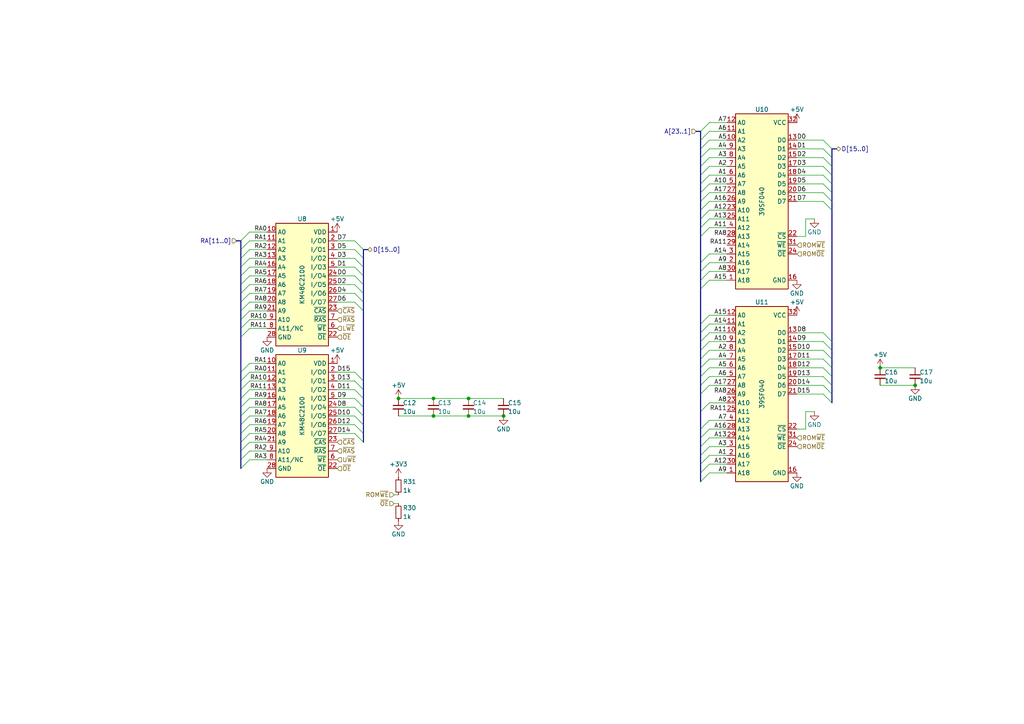
<source format=kicad_sch>
(kicad_sch (version 20231120) (generator "eeschema") (generator_version "8.0")
  (paper "A4")
  (title_block (title "WarpSE (GW4410A)") (date "2024-04-23") (rev "1.0") (company "Garrett's Workshop"))
  (lib_symbols
    (symbol "Device:C_Small" (pin_numbers hide) (pin_names (offset 0.254) hide)
      (property "Reference" "C" (at 0.254 1.778 0))
      (property "Value" "C_Small" (at 0.254 -2.032 0))
      (symbol "C_Small_0_1"
        (polyline (pts (xy -1.524 -0.508) (xy 1.524 -0.508)) (stroke (width 0.3302)))
        (polyline (pts (xy -1.524 0.508) (xy 1.524 0.508)) (stroke (width 0.3048)))
      )
      (symbol "C_Small_1_1"
        (pin passive line (at 0 2.54 270) (length 2.032) (name "~") (number "1"))
        (pin passive line (at 0 -2.54 90) (length 2.032) (name "~") (number "2"))
      )
    )
    (symbol "Device:R_Small" (pin_numbers hide) (pin_names (offset 0.254) hide)
      (property "Reference" "R" (at 0.762 0.508 0))
      (property "Value" "R_Small" (at 0.762 -1.016 0))
      (symbol "R_Small_0_1"
        (rectangle (start -0.762 1.778) (end 0.762 -1.778) (stroke (width 0.2032)))
      )
      (symbol "R_Small_1_1"
        (pin passive line (at 0 2.54 270) (length 0.762) (name "~") (number "1"))
        (pin passive line (at 0 -2.54 90) (length 0.762) (name "~") (number "2"))
      )
    )
    (symbol "GW_RAM:DRAM-2Mx8-SOP-28"
      (property "Reference" "U" (at 0 19.05 0))
      (property "Value" "DRAM-2Mx8-SOP-28" (at 0 0 90))
      (symbol "DRAM-2Mx8-SOP-28_0_1"
        (rectangle (start -7.62 17.78) (end 7.62 -17.78) (stroke (width 0.254)) (fill (type background)))
      )
      (symbol "DRAM-2Mx8-SOP-28_1_1"
        (pin power_in line (at 10.16 15.24 180) (length 2.54) (name "VDD") (number "1"))
        (pin input line (at -10.16 15.24 0) (length 2.54) (name "A0") (number "10"))
        (pin input line (at -10.16 12.7 0) (length 2.54) (name "A1") (number "11"))
        (pin input line (at -10.16 10.16 0) (length 2.54) (name "A2") (number "12"))
        (pin input line (at -10.16 7.62 0) (length 2.54) (name "A3") (number "13"))
        (pin power_in line (at 10.16 15.24 180) (length 2.54) hide (name "VDD") (number "14"))
        (pin power_in line (at -10.16 -15.24 0) (length 2.54) hide (name "GND") (number "15"))
        (pin input line (at -10.16 5.08 0) (length 2.54) (name "A4") (number "16"))
        (pin input line (at -10.16 2.54 0) (length 2.54) (name "A5") (number "17"))
        (pin input line (at -10.16 0 0) (length 2.54) (name "A6") (number "18"))
        (pin input line (at -10.16 -2.54 0) (length 2.54) (name "A7") (number "19"))
        (pin bidirectional line (at 10.16 12.7 180) (length 2.54) (name "I/O0") (number "2"))
        (pin input line (at -10.16 -5.08 0) (length 2.54) (name "A8") (number "20"))
        (pin input line (at -10.16 -7.62 0) (length 2.54) (name "A9") (number "21"))
        (pin input line (at 10.16 -15.24 180) (length 2.54) (name "~{OE}") (number "22"))
        (pin input line (at 10.16 -7.62 180) (length 2.54) (name "~{CAS}") (number "23"))
        (pin bidirectional line (at 10.16 2.54 180) (length 2.54) (name "I/O4") (number "24"))
        (pin bidirectional line (at 10.16 0 180) (length 2.54) (name "I/O5") (number "25"))
        (pin bidirectional line (at 10.16 -2.54 180) (length 2.54) (name "I/O6") (number "26"))
        (pin bidirectional line (at 10.16 -5.08 180) (length 2.54) (name "I/O7") (number "27"))
        (pin power_in line (at -10.16 -15.24 0) (length 2.54) (name "GND") (number "28"))
        (pin bidirectional line (at 10.16 10.16 180) (length 2.54) (name "I/O1") (number "3"))
        (pin bidirectional line (at 10.16 7.62 180) (length 2.54) (name "I/O2") (number "4"))
        (pin bidirectional line (at 10.16 5.08 180) (length 2.54) (name "I/O3") (number "5"))
        (pin input line (at 10.16 -12.7 180) (length 2.54) (name "~{WE}") (number "6"))
        (pin input line (at 10.16 -10.16 180) (length 2.54) (name "~{RAS}") (number "7"))
        (pin input line (at -10.16 -12.7 0) (length 2.54) (name "A11/NC") (number "8"))
        (pin input line (at -10.16 -10.16 0) (length 2.54) (name "A10") (number "9"))
      )
    )
    (symbol "GW_RAM:Flash-512Kx8-PLCC-32"
      (property "Reference" "U" (at 0 26.67 0))
      (property "Value" "Flash-512Kx8-PLCC-32" (at 0 0 90))
      (symbol "Flash-512Kx8-PLCC-32_0_0"
        (pin power_in line (at 10.16 -22.86 180) (length 2.54) (name "GND") (number "16"))
        (pin power_in line (at 10.16 22.86 180) (length 2.54) (name "VCC") (number "32"))
      )
      (symbol "Flash-512Kx8-PLCC-32_0_1"
        (rectangle (start -7.62 25.4) (end 7.62 -25.4) (stroke (width 0.254)) (fill (type background)))
      )
      (symbol "Flash-512Kx8-PLCC-32_1_1"
        (pin input line (at -10.16 -22.86 0) (length 2.54) (name "A18") (number "1"))
        (pin input line (at -10.16 17.78 0) (length 2.54) (name "A2") (number "10"))
        (pin input line (at -10.16 20.32 0) (length 2.54) (name "A1") (number "11"))
        (pin input line (at -10.16 22.86 0) (length 2.54) (name "A0") (number "12"))
        (pin bidirectional line (at 10.16 17.78 180) (length 2.54) (name "D0") (number "13"))
        (pin bidirectional line (at 10.16 15.24 180) (length 2.54) (name "D1") (number "14"))
        (pin bidirectional line (at 10.16 12.7 180) (length 2.54) (name "D2") (number "15"))
        (pin bidirectional line (at 10.16 10.16 180) (length 2.54) (name "D3") (number "17"))
        (pin bidirectional line (at 10.16 7.62 180) (length 2.54) (name "D4") (number "18"))
        (pin bidirectional line (at 10.16 5.08 180) (length 2.54) (name "D5") (number "19"))
        (pin input line (at -10.16 -17.78 0) (length 2.54) (name "A16") (number "2"))
        (pin bidirectional line (at 10.16 2.54 180) (length 2.54) (name "D6") (number "20"))
        (pin bidirectional line (at 10.16 0 180) (length 2.54) (name "D7") (number "21"))
        (pin input line (at 10.16 -10.16 180) (length 2.54) (name "~{CS}") (number "22"))
        (pin input line (at -10.16 -2.54 0) (length 2.54) (name "A10") (number "23"))
        (pin input line (at 10.16 -15.24 180) (length 2.54) (name "~{OE}") (number "24"))
        (pin input line (at -10.16 -5.08 0) (length 2.54) (name "A11") (number "25"))
        (pin input line (at -10.16 0 0) (length 2.54) (name "A9") (number "26"))
        (pin input line (at -10.16 2.54 0) (length 2.54) (name "A8") (number "27"))
        (pin input line (at -10.16 -10.16 0) (length 2.54) (name "A13") (number "28"))
        (pin input line (at -10.16 -12.7 0) (length 2.54) (name "A14") (number "29"))
        (pin input line (at -10.16 -15.24 0) (length 2.54) (name "A15") (number "3"))
        (pin input line (at -10.16 -20.32 0) (length 2.54) (name "A17") (number "30"))
        (pin input line (at 10.16 -12.7 180) (length 2.54) (name "~{WE}") (number "31"))
        (pin input line (at -10.16 -7.62 0) (length 2.54) (name "A12") (number "4"))
        (pin input line (at -10.16 5.08 0) (length 2.54) (name "A7") (number "5"))
        (pin input line (at -10.16 7.62 0) (length 2.54) (name "A6") (number "6"))
        (pin input line (at -10.16 10.16 0) (length 2.54) (name "A5") (number "7"))
        (pin input line (at -10.16 12.7 0) (length 2.54) (name "A4") (number "8"))
        (pin input line (at -10.16 15.24 0) (length 2.54) (name "A3") (number "9"))
      )
    )
    (symbol "power:+3V3" (power) (pin_numbers hide) (pin_names (offset 0) hide)
      (property "Value" "+3V3" (at 0 3.556 0))
      (symbol "+3V3_0_1"
        (polyline (pts (xy -0.762 1.27) (xy 0 2.54)))
        (polyline (pts (xy 0 0) (xy 0 2.54)))
        (polyline (pts (xy 0 2.54) (xy 0.762 1.27)))
      )
      (symbol "+3V3_1_1"
        (pin power_in line (at 0 0 90) (length 0) (name "~") (number "1"))
      )
    )
    (symbol "power:+5V" (power) (pin_names (offset 0))
      (property "Value" "+5V" (at 0 3.556 0))
      (symbol "+5V_0_1"
        (polyline (pts (xy -0.762 1.27) (xy 0 2.54)))
        (polyline (pts (xy 0 0) (xy 0 2.54)))
        (polyline (pts (xy 0 2.54) (xy 0.762 1.27)))
      )
      (symbol "+5V_1_1"
        (pin power_in line (at 0 0 90) (length 0) hide (name "+5V") (number "1"))
      )
    )
    (symbol "power:GND" (power) (pin_names (offset 0))
      (property "Value" "GND" (at 0 -3.81 0))
      (symbol "GND_0_1"
        (polyline (pts (xy 0 0) (xy 0 -1.27) (xy 1.27 -1.27) (xy 0 -2.54) (xy -1.27 -1.27) (xy 0 -1.27)))
      )
      (symbol "GND_1_1"
        (pin power_in line (at 0 0 270) (length 0) hide (name "GND") (number "1"))
      )
    )
  )
  (junction (at 265.43 111.76))
  (junction (at 115.57 115.57))
  (junction (at 146.05 120.65))
  (junction (at 255.27 106.68))
  (junction (at 125.73 115.57))
  (junction (at 135.89 120.65))
  (junction (at 125.73 120.65))
  (junction (at 135.89 115.57))
  (bus_entry (at 105.41 85.09) (size -2.54 -2.54))
  (bus_entry (at 69.85 118.11) (size 2.54 -2.54))
  (bus_entry (at 105.41 87.63) (size -2.54 -2.54))
  (bus_entry (at 105.41 72.39) (size -2.54 -2.54))
  (bus_entry (at 205.74 78.74) (size -2.54 2.54))
  (bus_entry (at 105.41 123.19) (size -2.54 -2.54))
  (bus_entry (at 205.74 96.52) (size -2.54 2.54))
  (bus_entry (at 238.76 50.8) (size 2.54 2.54))
  (bus_entry (at 205.74 132.08) (size -2.54 2.54))
  (bus_entry (at 69.85 80.01) (size 2.54 -2.54))
  (bus_entry (at 69.85 77.47) (size 2.54 -2.54))
  (bus_entry (at 105.41 74.93) (size -2.54 -2.54))
  (bus_entry (at 105.41 113.03) (size -2.54 -2.54))
  (bus_entry (at 205.74 45.72) (size -2.54 2.54))
  (bus_entry (at 205.74 111.76) (size -2.54 2.54))
  (bus_entry (at 69.85 133.35) (size 2.54 -2.54))
  (bus_entry (at 69.85 123.19) (size 2.54 -2.54))
  (bus_entry (at 238.76 58.42) (size 2.54 2.54))
  (bus_entry (at 205.74 99.06) (size -2.54 2.54))
  (bus_entry (at 105.41 125.73) (size -2.54 -2.54))
  (bus_entry (at 238.76 111.76) (size 2.54 2.54))
  (bus_entry (at 69.85 128.27) (size 2.54 -2.54))
  (bus_entry (at 69.85 125.73) (size 2.54 -2.54))
  (bus_entry (at 69.85 97.79) (size 2.54 -2.54))
  (bus_entry (at 205.74 91.44) (size -2.54 2.54))
  (bus_entry (at 238.76 96.52) (size 2.54 2.54))
  (bus_entry (at 105.41 128.27) (size -2.54 -2.54))
  (bus_entry (at 238.76 55.88) (size 2.54 2.54))
  (bus_entry (at 105.41 115.57) (size -2.54 -2.54))
  (bus_entry (at 105.41 120.65) (size -2.54 -2.54))
  (bus_entry (at 105.41 90.17) (size -2.54 -2.54))
  (bus_entry (at 105.41 118.11) (size -2.54 -2.54))
  (bus_entry (at 205.74 137.16) (size -2.54 2.54))
  (bus_entry (at 105.41 80.01) (size -2.54 -2.54))
  (bus_entry (at 205.74 129.54) (size -2.54 2.54))
  (bus_entry (at 205.74 73.66) (size -2.54 2.54))
  (bus_entry (at 69.85 92.71) (size 2.54 -2.54))
  (bus_entry (at 238.76 45.72) (size 2.54 2.54))
  (bus_entry (at 205.74 81.28) (size -2.54 2.54))
  (bus_entry (at 205.74 55.88) (size -2.54 2.54))
  (bus_entry (at 69.85 110.49) (size 2.54 -2.54))
  (bus_entry (at 69.85 107.95) (size 2.54 -2.54))
  (bus_entry (at 69.85 74.93) (size 2.54 -2.54))
  (bus_entry (at 205.74 58.42) (size -2.54 2.54))
  (bus_entry (at 205.74 76.2) (size -2.54 2.54))
  (bus_entry (at 69.85 85.09) (size 2.54 -2.54))
  (bus_entry (at 69.85 90.17) (size 2.54 -2.54))
  (bus_entry (at 205.74 121.92) (size -2.54 2.54))
  (bus_entry (at 238.76 43.18) (size 2.54 2.54))
  (bus_entry (at 205.74 106.68) (size -2.54 2.54))
  (bus_entry (at 69.85 87.63) (size 2.54 -2.54))
  (bus_entry (at 105.41 110.49) (size -2.54 -2.54))
  (bus_entry (at 69.85 69.85) (size 2.54 -2.54))
  (bus_entry (at 205.74 109.22) (size -2.54 2.54))
  (bus_entry (at 105.41 82.55) (size -2.54 -2.54))
  (bus_entry (at 238.76 40.64) (size 2.54 2.54))
  (bus_entry (at 69.85 82.55) (size 2.54 -2.54))
  (bus_entry (at 205.74 66.04) (size -2.54 2.54))
  (bus_entry (at 238.76 53.34) (size 2.54 2.54))
  (bus_entry (at 205.74 124.46) (size -2.54 2.54))
  (bus_entry (at 205.74 50.8) (size -2.54 2.54))
  (bus_entry (at 238.76 48.26) (size 2.54 2.54))
  (bus_entry (at 205.74 53.34) (size -2.54 2.54))
  (bus_entry (at 205.74 93.98) (size -2.54 2.54))
  (bus_entry (at 205.74 127) (size -2.54 2.54))
  (bus_entry (at 205.74 38.1) (size -2.54 2.54))
  (bus_entry (at 238.76 104.14) (size 2.54 2.54))
  (bus_entry (at 205.74 35.56) (size -2.54 2.54))
  (bus_entry (at 105.41 77.47) (size -2.54 -2.54))
  (bus_entry (at 238.76 101.6) (size 2.54 2.54))
  (bus_entry (at 205.74 134.62) (size -2.54 2.54))
  (bus_entry (at 205.74 60.96) (size -2.54 2.54))
  (bus_entry (at 205.74 63.5) (size -2.54 2.54))
  (bus_entry (at 205.74 40.64) (size -2.54 2.54))
  (bus_entry (at 238.76 99.06) (size 2.54 2.54))
  (bus_entry (at 69.85 120.65) (size 2.54 -2.54))
  (bus_entry (at 69.85 115.57) (size 2.54 -2.54))
  (bus_entry (at 69.85 113.03) (size 2.54 -2.54))
  (bus_entry (at 205.74 104.14) (size -2.54 2.54))
  (bus_entry (at 238.76 106.68) (size 2.54 2.54))
  (bus_entry (at 238.76 109.22) (size 2.54 2.54))
  (bus_entry (at 69.85 72.39) (size 2.54 -2.54))
  (bus_entry (at 205.74 116.84) (size -2.54 2.54))
  (bus_entry (at 69.85 95.25) (size 2.54 -2.54))
  (bus_entry (at 205.74 43.18) (size -2.54 2.54))
  (bus_entry (at 238.76 114.3) (size 2.54 2.54))
  (bus_entry (at 205.74 101.6) (size -2.54 2.54))
  (bus_entry (at 69.85 135.89) (size 2.54 -2.54))
  (bus_entry (at 69.85 130.81) (size 2.54 -2.54))
  (bus_entry (at 205.74 48.26) (size -2.54 2.54))
  (bus (pts (xy 241.3 58.42) (xy 241.3 60.96)))
  (bus (pts (xy 69.85 69.85) (xy 69.85 72.39)))
  (bus (pts (xy 105.41 123.19) (xy 105.41 125.73)))
  (wire (pts (xy 77.47 82.55) (xy 72.39 82.55)))
  (bus (pts (xy 69.85 128.27) (xy 69.85 130.81)))
  (bus (pts (xy 69.85 74.93) (xy 69.85 77.47)))
  (wire (pts (xy 210.82 91.44) (xy 205.74 91.44)))
  (wire (pts (xy 77.47 85.09) (xy 72.39 85.09)))
  (wire (pts (xy 210.82 38.1) (xy 205.74 38.1)))
  (wire (pts (xy 77.47 118.11) (xy 72.39 118.11)))
  (wire (pts (xy 115.57 120.65) (xy 125.73 120.65)))
  (wire (pts (xy 210.82 50.8) (xy 205.74 50.8)))
  (wire (pts (xy 231.14 96.52) (xy 238.76 96.52)))
  (wire (pts (xy 210.82 134.62) (xy 205.74 134.62)))
  (bus (pts (xy 69.85 133.35) (xy 69.85 135.89)))
  (wire (pts (xy 125.73 115.57) (xy 135.89 115.57)))
  (wire (pts (xy 231.14 104.14) (xy 238.76 104.14)))
  (wire (pts (xy 77.47 105.41) (xy 72.39 105.41)))
  (wire (pts (xy 77.47 113.03) (xy 72.39 113.03)))
  (wire (pts (xy 135.89 115.57) (xy 146.05 115.57)))
  (wire (pts (xy 210.82 99.06) (xy 205.74 99.06)))
  (wire (pts (xy 210.82 35.56) (xy 205.74 35.56)))
  (bus (pts (xy 203.2 43.18) (xy 203.2 45.72)))
  (bus (pts (xy 203.2 124.46) (xy 203.2 127)))
  (wire (pts (xy 210.82 55.88) (xy 205.74 55.88)))
  (wire (pts (xy 231.14 48.26) (xy 238.76 48.26)))
  (bus (pts (xy 241.3 101.6) (xy 241.3 104.14)))
  (bus (pts (xy 241.3 55.88) (xy 241.3 58.42)))
  (bus (pts (xy 241.3 48.26) (xy 241.3 50.8)))
  (bus (pts (xy 241.3 50.8) (xy 241.3 53.34)))
  (bus (pts (xy 105.41 74.93) (xy 105.41 77.47)))
  (wire (pts (xy 77.47 92.71) (xy 72.39 92.71)))
  (wire (pts (xy 231.14 111.76) (xy 238.76 111.76)))
  (bus (pts (xy 203.2 134.62) (xy 203.2 137.16)))
  (bus (pts (xy 69.85 118.11) (xy 69.85 120.65)))
  (bus (pts (xy 203.2 38.1) (xy 203.2 40.64)))
  (bus (pts (xy 69.85 95.25) (xy 69.85 97.79)))
  (wire (pts (xy 114.3 143.51) (xy 115.57 143.51)))
  (bus (pts (xy 203.2 111.76) (xy 203.2 114.3)))
  (wire (pts (xy 210.82 96.52) (xy 205.74 96.52)))
  (bus (pts (xy 69.85 123.19) (xy 69.85 125.73)))
  (bus (pts (xy 69.85 130.81) (xy 69.85 133.35)))
  (wire (pts (xy 77.47 90.17) (xy 72.39 90.17)))
  (bus (pts (xy 242.57 43.18) (xy 241.3 43.18)))
  (wire (pts (xy 236.22 119.38) (xy 233.68 119.38)))
  (bus (pts (xy 203.2 129.54) (xy 203.2 132.08)))
  (wire (pts (xy 102.87 72.39) (xy 97.79 72.39)))
  (wire (pts (xy 115.57 115.57) (xy 125.73 115.57)))
  (bus (pts (xy 203.2 50.8) (xy 203.2 53.34)))
  (wire (pts (xy 233.68 63.5) (xy 233.68 68.58)))
  (wire (pts (xy 210.82 76.2) (xy 205.74 76.2)))
  (bus (pts (xy 105.41 120.65) (xy 105.41 123.19)))
  (wire (pts (xy 231.14 53.34) (xy 238.76 53.34)))
  (wire (pts (xy 210.82 53.34) (xy 205.74 53.34)))
  (wire (pts (xy 77.47 72.39) (xy 72.39 72.39)))
  (bus (pts (xy 105.41 113.03) (xy 105.41 115.57)))
  (bus (pts (xy 241.3 114.3) (xy 241.3 116.84)))
  (wire (pts (xy 102.87 110.49) (xy 97.79 110.49)))
  (bus (pts (xy 105.41 90.17) (xy 105.41 110.49)))
  (wire (pts (xy 77.47 67.31) (xy 72.39 67.31)))
  (bus (pts (xy 69.85 82.55) (xy 69.85 85.09)))
  (bus (pts (xy 105.41 85.09) (xy 105.41 87.63)))
  (wire (pts (xy 97.79 118.11) (xy 102.87 118.11)))
  (bus (pts (xy 203.2 66.04) (xy 203.2 68.58)))
  (bus (pts (xy 203.2 109.22) (xy 203.2 111.76)))
  (bus (pts (xy 106.68 72.39) (xy 105.41 72.39)))
  (bus (pts (xy 69.85 92.71) (xy 69.85 95.25)))
  (bus (pts (xy 203.2 40.64) (xy 203.2 43.18)))
  (bus (pts (xy 69.85 97.79) (xy 69.85 107.95)))
  (wire (pts (xy 125.73 120.65) (xy 135.89 120.65)))
  (wire (pts (xy 77.47 107.95) (xy 72.39 107.95)))
  (wire (pts (xy 210.82 137.16) (xy 205.74 137.16)))
  (wire (pts (xy 210.82 109.22) (xy 205.74 109.22)))
  (bus (pts (xy 203.2 63.5) (xy 203.2 66.04)))
  (bus (pts (xy 69.85 90.17) (xy 69.85 92.71)))
  (wire (pts (xy 210.82 66.04) (xy 205.74 66.04)))
  (bus (pts (xy 203.2 53.34) (xy 203.2 55.88)))
  (wire (pts (xy 210.82 106.68) (xy 205.74 106.68)))
  (bus (pts (xy 105.41 110.49) (xy 105.41 113.03)))
  (bus (pts (xy 241.3 104.14) (xy 241.3 106.68)))
  (wire (pts (xy 236.22 63.5) (xy 233.68 63.5)))
  (wire (pts (xy 77.47 133.35) (xy 72.39 133.35)))
  (wire (pts (xy 210.82 58.42) (xy 205.74 58.42)))
  (wire (pts (xy 77.47 77.47) (xy 72.39 77.47)))
  (bus (pts (xy 241.3 60.96) (xy 241.3 99.06)))
  (wire (pts (xy 233.68 119.38) (xy 233.68 124.46)))
  (wire (pts (xy 231.14 55.88) (xy 238.76 55.88)))
  (wire (pts (xy 114.3 146.05) (xy 115.57 146.05)))
  (bus (pts (xy 201.93 38.1) (xy 203.2 38.1)))
  (wire (pts (xy 210.82 111.76) (xy 205.74 111.76)))
  (wire (pts (xy 210.82 45.72) (xy 205.74 45.72)))
  (wire (pts (xy 77.47 120.65) (xy 72.39 120.65)))
  (bus (pts (xy 203.2 45.72) (xy 203.2 48.26)))
  (bus (pts (xy 203.2 104.14) (xy 203.2 106.68)))
  (bus (pts (xy 203.2 101.6) (xy 203.2 104.14)))
  (wire (pts (xy 97.79 85.09) (xy 102.87 85.09)))
  (bus (pts (xy 69.85 72.39) (xy 69.85 74.93)))
  (bus (pts (xy 69.85 120.65) (xy 69.85 123.19)))
  (wire (pts (xy 210.82 43.18) (xy 205.74 43.18)))
  (bus (pts (xy 203.2 137.16) (xy 203.2 139.7)))
  (wire (pts (xy 77.47 87.63) (xy 72.39 87.63)))
  (wire (pts (xy 210.82 40.64) (xy 205.74 40.64)))
  (bus (pts (xy 203.2 119.38) (xy 203.2 124.46)))
  (wire (pts (xy 231.14 50.8) (xy 238.76 50.8)))
  (wire (pts (xy 102.87 69.85) (xy 97.79 69.85)))
  (bus (pts (xy 105.41 125.73) (xy 105.41 128.27)))
  (wire (pts (xy 231.14 106.68) (xy 238.76 106.68)))
  (wire (pts (xy 210.82 129.54) (xy 205.74 129.54)))
  (wire (pts (xy 210.82 60.96) (xy 205.74 60.96)))
  (wire (pts (xy 210.82 73.66) (xy 205.74 73.66)))
  (wire (pts (xy 102.87 113.03) (xy 97.79 113.03)))
  (bus (pts (xy 105.41 77.47) (xy 105.41 80.01)))
  (bus (pts (xy 203.2 81.28) (xy 203.2 83.82)))
  (bus (pts (xy 203.2 83.82) (xy 203.2 93.98)))
  (wire (pts (xy 210.82 93.98) (xy 205.74 93.98)))
  (bus (pts (xy 69.85 77.47) (xy 69.85 80.01)))
  (wire (pts (xy 77.47 95.25) (xy 72.39 95.25)))
  (wire (pts (xy 210.82 116.84) (xy 205.74 116.84)))
  (bus (pts (xy 241.3 106.68) (xy 241.3 109.22)))
  (wire (pts (xy 97.79 87.63) (xy 102.87 87.63)))
  (wire (pts (xy 233.68 124.46) (xy 231.14 124.46)))
  (bus (pts (xy 241.3 43.18) (xy 241.3 45.72)))
  (wire (pts (xy 255.27 106.68) (xy 265.43 106.68)))
  (bus (pts (xy 241.3 45.72) (xy 241.3 48.26)))
  (bus (pts (xy 241.3 99.06) (xy 241.3 101.6)))
  (wire (pts (xy 210.82 81.28) (xy 205.74 81.28)))
  (bus (pts (xy 203.2 48.26) (xy 203.2 50.8)))
  (wire (pts (xy 210.82 101.6) (xy 205.74 101.6)))
  (wire (pts (xy 231.14 114.3) (xy 238.76 114.3)))
  (bus (pts (xy 203.2 132.08) (xy 203.2 134.62)))
  (wire (pts (xy 77.47 123.19) (xy 72.39 123.19)))
  (wire (pts (xy 97.79 120.65) (xy 102.87 120.65)))
  (bus (pts (xy 69.85 87.63) (xy 69.85 90.17)))
  (bus (pts (xy 203.2 127) (xy 203.2 129.54)))
  (wire (pts (xy 77.47 74.93) (xy 72.39 74.93)))
  (wire (pts (xy 135.89 120.65) (xy 146.05 120.65)))
  (wire (pts (xy 77.47 69.85) (xy 72.39 69.85)))
  (wire (pts (xy 97.79 123.19) (xy 102.87 123.19)))
  (wire (pts (xy 102.87 77.47) (xy 97.79 77.47)))
  (bus (pts (xy 69.85 125.73) (xy 69.85 128.27)))
  (wire (pts (xy 77.47 125.73) (xy 72.39 125.73)))
  (wire (pts (xy 231.14 101.6) (xy 238.76 101.6)))
  (bus (pts (xy 203.2 76.2) (xy 203.2 78.74)))
  (bus (pts (xy 241.3 109.22) (xy 241.3 111.76)))
  (bus (pts (xy 105.41 115.57) (xy 105.41 118.11)))
  (bus (pts (xy 241.3 53.34) (xy 241.3 55.88)))
  (bus (pts (xy 203.2 55.88) (xy 203.2 58.42)))
  (wire (pts (xy 231.14 99.06) (xy 238.76 99.06)))
  (wire (pts (xy 77.47 128.27) (xy 72.39 128.27)))
  (bus (pts (xy 203.2 68.58) (xy 203.2 76.2)))
  (wire (pts (xy 255.27 111.76) (xy 265.43 111.76)))
  (bus (pts (xy 203.2 78.74) (xy 203.2 81.28)))
  (wire (pts (xy 231.14 109.22) (xy 238.76 109.22)))
  (wire (pts (xy 233.68 68.58) (xy 231.14 68.58)))
  (wire (pts (xy 97.79 80.01) (xy 102.87 80.01)))
  (bus (pts (xy 203.2 96.52) (xy 203.2 99.06)))
  (bus (pts (xy 69.85 80.01) (xy 69.85 82.55)))
  (wire (pts (xy 97.79 82.55) (xy 102.87 82.55)))
  (wire (pts (xy 231.14 45.72) (xy 238.76 45.72)))
  (wire (pts (xy 210.82 132.08) (xy 205.74 132.08)))
  (bus (pts (xy 203.2 99.06) (xy 203.2 101.6)))
  (wire (pts (xy 97.79 107.95) (xy 102.87 107.95)))
  (bus (pts (xy 105.41 82.55) (xy 105.41 85.09)))
  (bus (pts (xy 105.41 87.63) (xy 105.41 90.17)))
  (wire (pts (xy 102.87 115.57) (xy 97.79 115.57)))
  (wire (pts (xy 231.14 40.64) (xy 238.76 40.64)))
  (bus (pts (xy 203.2 106.68) (xy 203.2 109.22)))
  (wire (pts (xy 77.47 110.49) (xy 72.39 110.49)))
  (bus (pts (xy 105.41 72.39) (xy 105.41 74.93)))
  (wire (pts (xy 210.82 104.14) (xy 205.74 104.14)))
  (wire (pts (xy 102.87 74.93) (xy 97.79 74.93)))
  (wire (pts (xy 210.82 127) (xy 205.74 127)))
  (bus (pts (xy 69.85 113.03) (xy 69.85 115.57)))
  (wire (pts (xy 77.47 115.57) (xy 72.39 115.57)))
  (wire (pts (xy 231.14 58.42) (xy 238.76 58.42)))
  (bus (pts (xy 203.2 58.42) (xy 203.2 60.96)))
  (wire (pts (xy 77.47 130.81) (xy 72.39 130.81)))
  (wire (pts (xy 210.82 48.26) (xy 205.74 48.26)))
  (bus (pts (xy 105.41 80.01) (xy 105.41 82.55)))
  (bus (pts (xy 69.85 85.09) (xy 69.85 87.63)))
  (wire (pts (xy 97.79 125.73) (xy 102.87 125.73)))
  (bus (pts (xy 203.2 114.3) (xy 203.2 119.38)))
  (bus (pts (xy 69.85 69.85) (xy 68.58 69.85)))
  (wire (pts (xy 210.82 63.5) (xy 205.74 63.5)))
  (bus (pts (xy 69.85 115.57) (xy 69.85 118.11)))
  (wire (pts (xy 210.82 124.46) (xy 205.74 124.46)))
  (bus (pts (xy 203.2 60.96) (xy 203.2 63.5)))
  (wire (pts (xy 231.14 43.18) (xy 238.76 43.18)))
  (bus (pts (xy 241.3 111.76) (xy 241.3 114.3)))
  (bus (pts (xy 203.2 93.98) (xy 203.2 96.52)))
  (wire (pts (xy 77.47 80.01) (xy 72.39 80.01)))
  (bus (pts (xy 69.85 107.95) (xy 69.85 110.49)))
  (bus (pts (xy 69.85 110.49) (xy 69.85 113.03)))
  (bus (pts (xy 105.41 118.11) (xy 105.41 120.65)))
  (wire (pts (xy 210.82 121.92) (xy 205.74 121.92)))
  (wire (pts (xy 210.82 78.74) (xy 205.74 78.74)))
  (label "RA11" (at 210.82 71.12 180))
  (label "A6" (at 210.82 38.1 180))
  (label "D12" (at 231.14 106.68 0))
  (label "RA11" (at 77.47 95.25 180))
  (label "A7" (at 210.82 35.56 180))
  (label "A1" (at 210.82 132.08 180))
  (label "A2" (at 210.82 48.26 180))
  (label "RA2" (at 77.47 72.39 180))
  (label "A17" (at 210.82 111.76 180))
  (label "A13" (at 210.82 127 180))
  (label "D10" (at 231.14 101.6 0))
  (label "D5" (at 97.79 72.39 0))
  (label "RA5" (at 77.47 125.73 180))
  (label "A8" (at 210.82 78.74 180))
  (label "D14" (at 231.14 111.76 0))
  (label "A4" (at 210.82 43.18 180))
  (label "A10" (at 210.82 53.34 180))
  (label "RA2" (at 77.47 130.81 180))
  (label "A14" (at 210.82 93.98 180))
  (label "D12" (at 97.79 123.19 0))
  (label "RA8" (at 77.47 118.11 180))
  (label "D11" (at 231.14 104.14 0))
  (label "RA8" (at 77.47 87.63 180))
  (label "RA0" (at 77.47 107.95 180))
  (label "A5" (at 210.82 106.68 180))
  (label "RA8" (at 210.82 114.3 180))
  (label "D4" (at 97.79 85.09 0))
  (label "D6" (at 97.79 87.63 0))
  (label "A13" (at 210.82 63.5 180))
  (label "A11" (at 210.82 66.04 180))
  (label "A16" (at 210.82 124.46 180))
  (label "D3" (at 97.79 74.93 0))
  (label "D2" (at 97.79 82.55 0))
  (label "A8" (at 210.82 116.84 180))
  (label "D1" (at 231.14 43.18 0))
  (label "RA9" (at 77.47 115.57 180))
  (label "RA7" (at 77.47 120.65 180))
  (label "RA10" (at 77.47 92.71 180))
  (label "A4" (at 210.82 104.14 180))
  (label "A5" (at 210.82 40.64 180))
  (label "RA4" (at 77.47 128.27 180))
  (label "D9" (at 97.79 115.57 0))
  (label "D7" (at 97.79 69.85 0))
  (label "RA6" (at 77.47 82.55 180))
  (label "D8" (at 231.14 96.52 0))
  (label "A7" (at 210.82 121.92 180))
  (label "RA5" (at 77.47 80.01 180))
  (label "RA6" (at 77.47 123.19 180))
  (label "D14" (at 97.79 125.73 0))
  (label "D3" (at 231.14 48.26 0))
  (label "A16" (at 210.82 58.42 180))
  (label "D6" (at 231.14 55.88 0))
  (label "A9" (at 210.82 76.2 180))
  (label "A2" (at 210.82 101.6 180))
  (label "RA1" (at 77.47 105.41 180))
  (label "D13" (at 231.14 109.22 0))
  (label "A15" (at 210.82 91.44 180))
  (label "D1" (at 97.79 77.47 0))
  (label "RA1" (at 77.47 69.85 180))
  (label "D15" (at 231.14 114.3 0))
  (label "D2" (at 231.14 45.72 0))
  (label "A6" (at 210.82 109.22 180))
  (label "A14" (at 210.82 73.66 180))
  (label "D4" (at 231.14 50.8 0))
  (label "A11" (at 210.82 96.52 180))
  (label "RA9" (at 77.47 90.17 180))
  (label "A9" (at 210.82 137.16 180))
  (label "RA8" (at 210.82 68.58 180))
  (label "RA11" (at 210.82 119.38 180))
  (label "A15" (at 210.82 81.28 180))
  (label "RA0" (at 77.47 67.31 180))
  (label "A12" (at 210.82 60.96 180))
  (label "RA4" (at 77.47 77.47 180))
  (label "D15" (at 97.79 107.95 0))
  (label "RA7" (at 77.47 85.09 180))
  (label "D11" (at 97.79 113.03 0))
  (label "D9" (at 231.14 99.06 0))
  (label "A17" (at 210.82 55.88 180))
  (label "D0" (at 97.79 80.01 0))
  (label "D13" (at 97.79 110.49 0))
  (label "D5" (at 231.14 53.34 0))
  (label "RA3" (at 77.47 74.93 180))
  (label "A1" (at 210.82 50.8 180))
  (label "A3" (at 210.82 129.54 180))
  (label "RA10" (at 77.47 110.49 180))
  (label "D8" (at 97.79 118.11 0))
  (label "RA11" (at 77.47 113.03 180))
  (label "A10" (at 210.82 99.06 180))
  (label "D7" (at 231.14 58.42 0))
  (label "A3" (at 210.82 45.72 180))
  (label "D10" (at 97.79 120.65 0))
  (label "A12" (at 210.82 134.62 180))
  (label "D0" (at 231.14 40.64 0))
  (label "RA3" (at 77.47 133.35 180))
  (hierarchical_label "D[15..0]" (shape bidirectional) (at 106.68 72.39 0))
  (hierarchical_label "~{OE}" (shape input) (at 97.79 135.89 0))
  (hierarchical_label "ROM~{OE}" (shape input) (at 231.14 129.54 0))
  (hierarchical_label "U~{WE}" (shape input) (at 97.79 133.35 0))
  (hierarchical_label "L~{WE}" (shape input) (at 97.79 95.25 0))
  (hierarchical_label "ROM~{WE}" (shape input) (at 231.14 127 0))
  (hierarchical_label "D[15..0]" (shape bidirectional) (at 242.57 43.18 0))
  (hierarchical_label "~{CAS}" (shape input) (at 97.79 90.17 0))
  (hierarchical_label "~{RAS}" (shape input) (at 97.79 92.71 0))
  (hierarchical_label "~{OE}" (shape input) (at 97.79 97.79 0))
  (hierarchical_label "ROM~{WE}" (shape input) (at 231.14 71.12 0))
  (hierarchical_label "ROM~{OE}" (shape input) (at 231.14 73.66 0))
  (hierarchical_label "ROM~{WE}" (shape input) (at 114.3 143.51 180))
  (hierarchical_label "~{OE}" (shape input) (at 114.3 146.05 180))
  (hierarchical_label "RA[11..0]" (shape input) (at 68.58 69.85 180))
  (hierarchical_label "~{RAS}" (shape input) (at 97.79 130.81 0))
  (hierarchical_label "A[23..1]" (shape input) (at 201.93 38.1 180))
  (hierarchical_label "~{CAS}" (shape input) (at 97.79 128.27 0))
  (symbol (lib_id "GW_RAM:DRAM-2Mx8-SOP-28") (at 87.63 82.55 0) (unit 1)
    (property "Reference" "U8" (at 87.63 63.5 0))
    (property "Value" "KM48C2100" (at 87.63 82.55 90))
    (property "Footprint" "stdpads:SOJ-28_300mil" (effects (hide yes)))
  )
  (symbol (lib_id "power:GND") (at 77.47 97.79 0) (unit 1)
    (property "Reference" "#PWR0133" (effects (hide yes)))
    (property "Value" "GND" (at 77.47 101.6 0))
  )
  (symbol (lib_id "GW_RAM:DRAM-2Mx8-SOP-28") (at 87.63 120.65 0) (unit 1)
    (property "Reference" "U9" (at 87.63 101.6 0))
    (property "Value" "KM48C2100" (at 87.63 120.65 90))
    (property "Footprint" "stdpads:SOJ-28_300mil" (effects (hide yes)))
  )
  (symbol (lib_id "power:GND") (at 77.47 135.89 0) (unit 1)
    (property "Reference" "#PWR0134" (effects (hide yes)))
    (property "Value" "GND" (at 77.47 139.7 0))
  )
  (symbol (lib_id "power:+5V") (at 115.57 115.57 0) (unit 1)
    (property "Reference" "#PWR0138" (effects (hide yes)))
    (property "Value" "+5V" (at 115.57 111.76 0))
  )
  (symbol (lib_id "Device:C_Small") (at 125.73 118.11 0) (unit 1)
    (property "Reference" "C13" (at 127 116.84 0) (effects (justify left)))
    (property "Value" "10u" (at 127 119.38 0) (effects (justify left)))
    (property "Footprint" "stdpads:C_0805" (effects (hide yes)))
    (property "LCSC Part" "C15850" (effects (hide yes)))
  )
  (symbol (lib_id "Device:C_Small") (at 115.57 118.11 0) (unit 1)
    (property "Reference" "C12" (at 116.84 116.84 0) (effects (justify left)))
    (property "Value" "10u" (at 116.84 119.38 0) (effects (justify left)))
    (property "Footprint" "stdpads:C_0805" (effects (hide yes)))
    (property "LCSC Part" "C15850" (effects (hide yes)))
  )
  (symbol (lib_id "Device:C_Small") (at 135.89 118.11 0) (unit 1)
    (property "Reference" "C14" (at 137.16 116.84 0) (effects (justify left)))
    (property "Value" "10u" (at 137.16 119.38 0) (effects (justify left)))
    (property "Footprint" "stdpads:C_0805" (effects (hide yes)))
    (property "LCSC Part" "C15850" (effects (hide yes)))
  )
  (symbol (lib_id "Device:C_Small") (at 146.05 118.11 0) (unit 1)
    (property "Reference" "C15" (at 147.32 116.84 0) (effects (justify left)))
    (property "Value" "10u" (at 147.32 119.38 0) (effects (justify left)))
    (property "Footprint" "stdpads:C_0805" (effects (hide yes)))
    (property "LCSC Part" "C15850" (effects (hide yes)))
  )
  (symbol (lib_id "GW_RAM:Flash-512Kx8-PLCC-32") (at 220.98 58.42 0) (unit 1)
    (property "Reference" "U10" (at 220.98 31.75 0))
    (property "Value" "39SF040" (at 220.98 58.42 90))
    (property "Footprint" "stdpads:PLCC-32" (effects (hide yes)))
    (property "LCSC Part" "C645935" (effects (hide yes)))
  )
  (symbol (lib_id "power:GND") (at 231.14 81.28 0) (unit 1)
    (property "Reference" "#PWR0141" (effects (hide yes)))
    (property "Value" "GND" (at 231.14 85.09 0))
  )
  (symbol (lib_id "power:GND") (at 231.14 137.16 0) (unit 1)
    (property "Reference" "#PWR0142" (effects (hide yes)))
    (property "Value" "GND" (at 231.14 140.97 0))
  )
  (symbol (lib_id "GW_RAM:Flash-512Kx8-PLCC-32") (at 220.98 114.3 0) (unit 1)
    (property "Reference" "U11" (at 220.98 87.63 0))
    (property "Value" "39SF040" (at 220.98 114.3 90))
    (property "Footprint" "stdpads:PLCC-32" (effects (hide yes)))
    (property "LCSC Part" "C645935" (effects (hide yes)))
  )
  (symbol (lib_id "power:+5V") (at 255.27 106.68 0) (unit 1)
    (property "Reference" "#PWR0145" (effects (hide yes)))
    (property "Value" "+5V" (at 255.27 102.87 0))
  )
  (symbol (lib_id "Device:C_Small") (at 265.43 109.22 0) (unit 1)
    (property "Reference" "C17" (at 266.7 107.95 0) (effects (justify left)))
    (property "Value" "10u" (at 266.7 110.49 0) (effects (justify left)))
    (property "Footprint" "stdpads:C_0805" (effects (hide yes)))
    (property "LCSC Part" "C15850" (effects (hide yes)))
  )
  (symbol (lib_id "Device:C_Small") (at 255.27 109.22 0) (unit 1)
    (property "Reference" "C16" (at 256.54 107.95 0) (effects (justify left)))
    (property "Value" "10u" (at 256.54 110.49 0) (effects (justify left)))
    (property "Footprint" "stdpads:C_0805" (effects (hide yes)))
    (property "LCSC Part" "C15850" (effects (hide yes)))
  )
  (symbol (lib_id "power:+5V") (at 97.79 67.31 0) (unit 1)
    (property "Reference" "#PWR0105" (effects (hide yes)))
    (property "Value" "+5V" (at 97.79 63.5 0))
  )
  (symbol (lib_id "power:+5V") (at 97.79 105.41 0) (unit 1)
    (property "Reference" "#PWR0119" (effects (hide yes)))
    (property "Value" "+5V" (at 97.79 101.6 0))
  )
  (symbol (lib_id "power:+5V") (at 231.14 35.56 0) (unit 1)
    (property "Reference" "#PWR0120" (effects (hide yes)))
    (property "Value" "+5V" (at 231.14 31.75 0))
  )
  (symbol (lib_id "power:+5V") (at 231.14 91.44 0) (unit 1)
    (property "Reference" "#PWR0121" (effects (hide yes)))
    (property "Value" "+5V" (at 231.14 87.63 0))
  )
  (symbol (lib_id "Device:R_Small") (at 115.57 140.97 180) (unit 1)
    (property "Reference" "R31" (at 116.84 139.7 0) (effects (justify right)))
    (property "Value" "1k" (at 116.84 142.24 0) (effects (justify right)))
    (property "Footprint" "stdpads:R_0603" (effects (hide yes)))
    (property "LCSC Part" "C21190" (effects (hide yes)))
  )
  (symbol (lib_id "power:GND") (at 236.22 119.38 0) (unit 1)
    (property "Reference" "#PWR010" (effects (hide yes)))
    (property "Value" "GND" (at 236.22 123.19 0))
  )
  (symbol (lib_id "power:GND") (at 236.22 63.5 0) (unit 1)
    (property "Reference" "#PWR014" (effects (hide yes)))
    (property "Value" "GND" (at 236.22 67.31 0))
  )
  (symbol (lib_id "Device:R_Small") (at 115.57 148.59 180) (unit 1)
    (property "Reference" "R30" (at 116.84 147.32 0) (effects (justify right)))
    (property "Value" "1k" (at 116.84 149.86 0) (effects (justify right)))
    (property "Footprint" "stdpads:R_0603" (effects (hide yes)))
    (property "LCSC Part" "C21190" (effects (hide yes)))
  )
  (symbol (lib_id "power:GND") (at 265.43 111.76 0) (unit 1)
    (property "Reference" "#PWR0135" (effects (hide yes)))
    (property "Value" "GND" (at 265.43 115.57 0))
  )
  (symbol (lib_id "power:+3V3") (at 115.57 138.43 0) (unit 1)
    (property "Reference" "#PWR042" (effects (hide yes)))
    (property "Value" "+3V3" (at 115.57 134.62 0))
    (property "Description" "Power symbol creates a global label with name \"+3V3\"" (effects (hide yes)))
  )
  (symbol (lib_id "power:GND") (at 115.57 151.13 0) (unit 1)
    (property "Reference" "#PWR041" (effects (hide yes)))
    (property "Value" "GND" (at 115.57 154.94 0))
  )
  (symbol (lib_id "power:GND") (at 146.05 120.65 0) (unit 1)
    (property "Reference" "#PWR0132" (effects (hide yes)))
    (property "Value" "GND" (at 146.05 124.46 0))
  )
)
</source>
